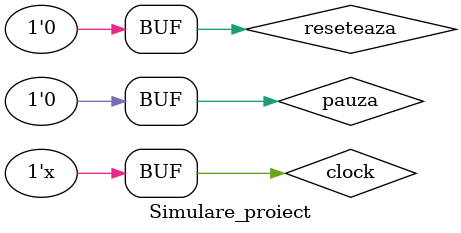
<source format=v>
`timescale 1ns / 1ps


module Simulare_proiect();
reg clock, reseteaza=0, pauza=0;
wire [3:0] cifra0, cifra1, cifra2, cifra3;

cronometru_top h(clock, reseteaza, pauza, cifra0, cifra1, cifra2, cifra3);

always #10 clock = ~clock;

initial
begin
clock = 1;
reseteaza = 1;
pauza = 0;
//#100 pauza = 1;
//#100 pauza = 0;
//#500 reseteaza = 1;
#20 reseteaza = 0;
end

endmodule

</source>
